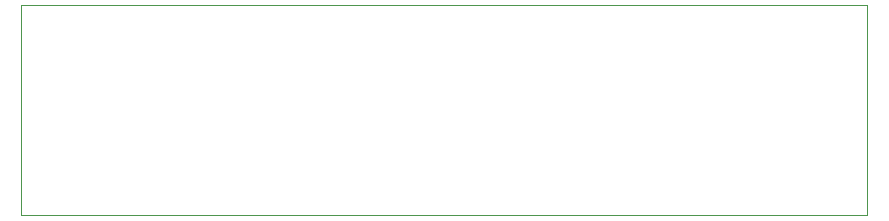
<source format=gm1>
G04 #@! TF.GenerationSoftware,KiCad,Pcbnew,5.1.2-f72e74a~84~ubuntu18.04.1*
G04 #@! TF.CreationDate,2019-07-20T11:54:10-04:00*
G04 #@! TF.ProjectId,stm32G0_basic,73746d33-3247-4305-9f62-617369632e6b,rev?*
G04 #@! TF.SameCoordinates,Original*
G04 #@! TF.FileFunction,Profile,NP*
%FSLAX46Y46*%
G04 Gerber Fmt 4.6, Leading zero omitted, Abs format (unit mm)*
G04 Created by KiCad (PCBNEW 5.1.2-f72e74a~84~ubuntu18.04.1) date 2019-07-20 11:54:10*
%MOMM*%
%LPD*%
G04 APERTURE LIST*
%ADD10C,0.050000*%
G04 APERTURE END LIST*
D10*
X100076000Y-117856000D02*
X100076000Y-100076000D01*
X171704000Y-117856000D02*
X100076000Y-117856000D01*
X171704000Y-100076000D02*
X171704000Y-117856000D01*
X100076000Y-100076000D02*
X171704000Y-100076000D01*
M02*

</source>
